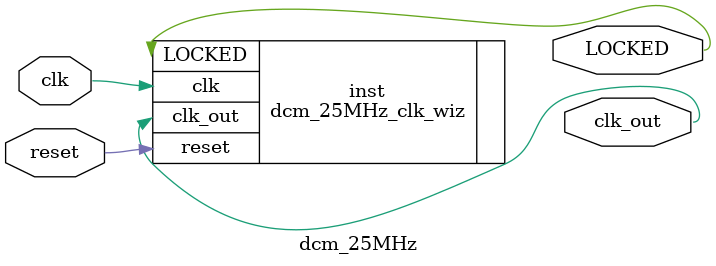
<source format=v>


`timescale 1ps/1ps

(* CORE_GENERATION_INFO = "dcm_25MHz,clk_wiz_v6_0_1_0_0,{component_name=dcm_25MHz,use_phase_alignment=true,use_min_o_jitter=false,use_max_i_jitter=false,use_dyn_phase_shift=false,use_inclk_switchover=false,use_dyn_reconfig=false,enable_axi=0,feedback_source=FDBK_AUTO,PRIMITIVE=MMCM,num_out_clk=1,clkin1_period=10.000,clkin2_period=10.000,use_power_down=false,use_reset=true,use_locked=true,use_inclk_stopped=false,feedback_type=SINGLE,CLOCK_MGR_TYPE=NA,manual_override=true}" *)

module dcm_25MHz 
 (
  // Clock out ports
  output        clk_out,
  // Status and control signals
  input         reset,
  output        LOCKED,
 // Clock in ports
  input         clk
 );

  dcm_25MHz_clk_wiz inst
  (
  // Clock out ports  
  .clk_out(clk_out),
  // Status and control signals               
  .reset(reset), 
  .LOCKED(LOCKED),
 // Clock in ports
  .clk(clk)
  );

endmodule

</source>
